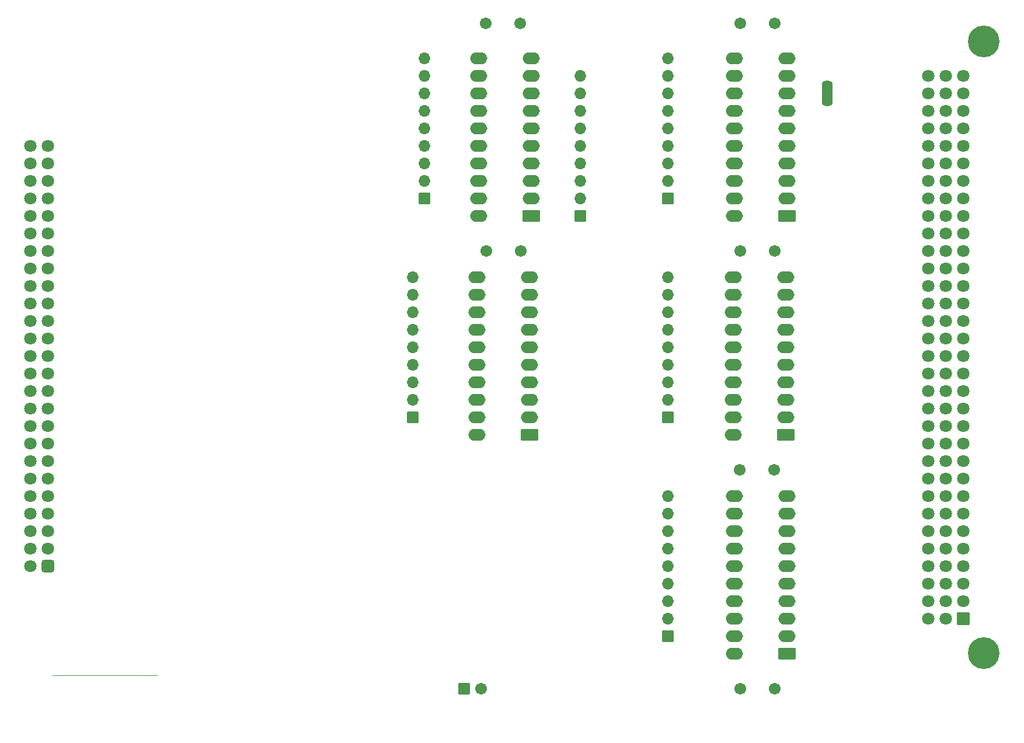
<source format=gbr>
G04 #@! TF.GenerationSoftware,KiCad,Pcbnew,7.0.1*
G04 #@! TF.CreationDate,2023-04-02T21:08:11+02:00*
G04 #@! TF.ProjectId,Victor HC90 Cart,56696374-6f72-4204-9843-393020436172,rev?*
G04 #@! TF.SameCoordinates,Original*
G04 #@! TF.FileFunction,Soldermask,Top*
G04 #@! TF.FilePolarity,Negative*
%FSLAX46Y46*%
G04 Gerber Fmt 4.6, Leading zero omitted, Abs format (unit mm)*
G04 Created by KiCad (PCBNEW 7.0.1) date 2023-04-02 21:08:11*
%MOMM*%
%LPD*%
G01*
G04 APERTURE LIST*
G04 Aperture macros list*
%AMRoundRect*
0 Rectangle with rounded corners*
0 $1 Rounding radius*
0 $2 $3 $4 $5 $6 $7 $8 $9 X,Y pos of 4 corners*
0 Add a 4 corners polygon primitive as box body*
4,1,4,$2,$3,$4,$5,$6,$7,$8,$9,$2,$3,0*
0 Add four circle primitives for the rounded corners*
1,1,$1+$1,$2,$3*
1,1,$1+$1,$4,$5*
1,1,$1+$1,$6,$7*
1,1,$1+$1,$8,$9*
0 Add four rect primitives between the rounded corners*
20,1,$1+$1,$2,$3,$4,$5,0*
20,1,$1+$1,$4,$5,$6,$7,0*
20,1,$1+$1,$6,$7,$8,$9,0*
20,1,$1+$1,$8,$9,$2,$3,0*%
%AMFreePoly0*
4,1,35,0.586062,0.786062,0.601000,0.750000,0.601000,-0.750000,0.586062,-0.786062,0.550000,-0.801000,0.000000,-0.801000,-0.012285,-0.795911,-0.071157,-0.795911,-0.085525,-0.793845,-0.222076,-0.753750,-0.235281,-0.747720,-0.355003,-0.670779,-0.365973,-0.661273,-0.459170,-0.553718,-0.467018,-0.541506,-0.526137,-0.412052,-0.530227,-0.398124,-0.550481,-0.257258,-0.551000,-0.250000,-0.551000,0.250000,
-0.550481,0.257258,-0.530227,0.398124,-0.526137,0.412052,-0.467018,0.541506,-0.459170,0.553718,-0.365973,0.661273,-0.355003,0.670779,-0.235281,0.747720,-0.222076,0.753750,-0.085525,0.793845,-0.071157,0.795911,-0.012285,0.795911,0.000000,0.801000,0.550000,0.801000,0.586062,0.786062,0.586062,0.786062,$1*%
%AMFreePoly1*
4,1,35,0.012285,0.795911,0.071157,0.795911,0.085525,0.793845,0.222076,0.753750,0.235281,0.747720,0.355003,0.670779,0.365973,0.661273,0.459170,0.553718,0.467018,0.541506,0.526137,0.412052,0.530227,0.398124,0.550481,0.257258,0.551000,0.250000,0.551000,-0.250000,0.550481,-0.257258,0.530227,-0.398124,0.526137,-0.412052,0.467018,-0.541506,0.459170,-0.553718,0.365973,-0.661273,
0.355003,-0.670779,0.235281,-0.747720,0.222076,-0.753750,0.085525,-0.793845,0.071157,-0.795911,0.012285,-0.795911,0.000000,-0.801000,-0.550000,-0.801000,-0.586062,-0.786062,-0.601000,-0.750000,-0.601000,0.750000,-0.586062,0.786062,-0.550000,0.801000,0.000000,0.801000,0.012285,0.795911,0.012285,0.795911,$1*%
G04 Aperture macros list end*
%ADD10FreePoly0,90.000000*%
%ADD11RoundRect,0.051000X0.750000X-0.500000X0.750000X0.500000X-0.750000X0.500000X-0.750000X-0.500000X0*%
%ADD12FreePoly1,90.000000*%
%ADD13C,4.602000*%
%ADD14C,1.802000*%
%ADD15RoundRect,0.051000X0.850000X0.850000X-0.850000X0.850000X-0.850000X-0.850000X0.850000X-0.850000X0*%
%ADD16RoundRect,0.051000X-0.800000X-0.800000X0.800000X-0.800000X0.800000X0.800000X-0.800000X0.800000X0*%
%ADD17C,1.702000*%
%ADD18RoundRect,0.051000X1.200000X0.800000X-1.200000X0.800000X-1.200000X-0.800000X1.200000X-0.800000X0*%
%ADD19O,2.502000X1.702000*%
%ADD20RoundRect,0.051000X0.800000X-0.800000X0.800000X0.800000X-0.800000X0.800000X-0.800000X-0.800000X0*%
%ADD21O,1.702000X1.702000*%
%ADD22RoundRect,0.301000X0.600000X0.600000X-0.600000X0.600000X-0.600000X-0.600000X0.600000X-0.600000X0*%
G04 APERTURE END LIST*
D10*
X166340000Y-54640000D03*
D11*
X166340000Y-53340000D03*
D12*
X166340000Y-52040000D03*
D13*
X189055000Y-134540000D03*
X189055000Y-45800000D03*
D14*
X186055000Y-50800000D03*
X186055000Y-53340000D03*
X186055000Y-55880000D03*
X186055000Y-58420000D03*
X186055000Y-60960000D03*
X186055000Y-63500000D03*
X186055000Y-66040000D03*
X186055000Y-68580000D03*
X186055000Y-71120000D03*
X186055000Y-73660000D03*
X186055000Y-76200000D03*
X186055000Y-78740000D03*
X186055000Y-81280000D03*
X186055000Y-83820000D03*
X186055000Y-86360000D03*
X186055000Y-88900000D03*
X186055000Y-91440000D03*
X186055000Y-93980000D03*
X186055000Y-96520000D03*
X186055000Y-99060000D03*
X186055000Y-101600000D03*
X186055000Y-104140000D03*
X186055000Y-106680000D03*
X186055000Y-109220000D03*
X186055000Y-111760000D03*
X186055000Y-114300000D03*
X186055000Y-116840000D03*
X186055000Y-119380000D03*
X186055000Y-121920000D03*
X186055000Y-124460000D03*
X186055000Y-127000000D03*
D15*
X186055000Y-129540000D03*
D14*
X183515000Y-50800000D03*
X183515000Y-53340000D03*
X183515000Y-55880000D03*
X183515000Y-58420000D03*
X183515000Y-60960000D03*
X183515000Y-63500000D03*
X183515000Y-66040000D03*
X183515000Y-68580000D03*
X183515000Y-71120000D03*
X183515000Y-73660000D03*
X183515000Y-76200000D03*
X183515000Y-78740000D03*
X183515000Y-81280000D03*
X183515000Y-83820000D03*
X183515000Y-86360000D03*
X183515000Y-88900000D03*
X183515000Y-91440000D03*
X183515000Y-93980000D03*
X183515000Y-96520000D03*
X183515000Y-99060000D03*
X183515000Y-101600000D03*
X183515000Y-104140000D03*
X183515000Y-106680000D03*
X183515000Y-109220000D03*
X183515000Y-111760000D03*
X183515000Y-114300000D03*
X183515000Y-116840000D03*
X183515000Y-119380000D03*
X183515000Y-121920000D03*
X183515000Y-124460000D03*
X183515000Y-127000000D03*
X183515000Y-129540000D03*
X180975000Y-50800000D03*
X180975000Y-53340000D03*
X180975000Y-55880000D03*
X180975000Y-58420000D03*
X180975000Y-60960000D03*
X180975000Y-63500000D03*
X180975000Y-66040000D03*
X180975000Y-68580000D03*
X180975000Y-71120000D03*
X180975000Y-73660000D03*
X180975000Y-76200000D03*
X180975000Y-78740000D03*
X180975000Y-81280000D03*
X180975000Y-83820000D03*
X180975000Y-86360000D03*
X180975000Y-88900000D03*
X180975000Y-91440000D03*
X180975000Y-93980000D03*
X180975000Y-96520000D03*
X180975000Y-99060000D03*
X180975000Y-101600000D03*
X180975000Y-104140000D03*
X180975000Y-106680000D03*
X180975000Y-109220000D03*
X180975000Y-111760000D03*
X180975000Y-114300000D03*
X180975000Y-116840000D03*
X180975000Y-119380000D03*
X180975000Y-121920000D03*
X180975000Y-124460000D03*
X180975000Y-127000000D03*
X180975000Y-129540000D03*
D16*
X113650000Y-139700000D03*
D17*
X116150000Y-139700000D03*
D18*
X123190000Y-102870000D03*
D19*
X123190000Y-100330000D03*
X123190000Y-97790000D03*
X123190000Y-95250000D03*
X123190000Y-92710000D03*
X123190000Y-90170000D03*
X123190000Y-87630000D03*
X123190000Y-85090000D03*
X123190000Y-82550000D03*
X123190000Y-80010000D03*
X115570000Y-80010000D03*
X115570000Y-82550000D03*
X115570000Y-85090000D03*
X115570000Y-87630000D03*
X115570000Y-90170000D03*
X115570000Y-92710000D03*
X115570000Y-95250000D03*
X115570000Y-97790000D03*
X115570000Y-100330000D03*
X115570000Y-102870000D03*
D20*
X143256000Y-100330000D03*
D21*
X143256000Y-97790000D03*
X143256000Y-95250000D03*
X143256000Y-92710000D03*
X143256000Y-90170000D03*
X143256000Y-87630000D03*
X143256000Y-85090000D03*
X143256000Y-82550000D03*
X143256000Y-80010000D03*
D18*
X160528000Y-134620000D03*
D19*
X160528000Y-132080000D03*
X160528000Y-129540000D03*
X160528000Y-127000000D03*
X160528000Y-124460000D03*
X160528000Y-121920000D03*
X160528000Y-119380000D03*
X160528000Y-116840000D03*
X160528000Y-114300000D03*
X160528000Y-111760000D03*
X152908000Y-111760000D03*
X152908000Y-114300000D03*
X152908000Y-116840000D03*
X152908000Y-119380000D03*
X152908000Y-121920000D03*
X152908000Y-124460000D03*
X152908000Y-127000000D03*
X152908000Y-129540000D03*
X152908000Y-132080000D03*
X152908000Y-134620000D03*
D20*
X143256000Y-68580000D03*
D21*
X143256000Y-66040000D03*
X143256000Y-63500000D03*
X143256000Y-60960000D03*
X143256000Y-58420000D03*
X143256000Y-55880000D03*
X143256000Y-53340000D03*
X143256000Y-50800000D03*
X143256000Y-48260000D03*
D18*
X123429000Y-71120000D03*
D19*
X123429000Y-68580000D03*
X123429000Y-66040000D03*
X123429000Y-63500000D03*
X123429000Y-60960000D03*
X123429000Y-58420000D03*
X123429000Y-55880000D03*
X123429000Y-53340000D03*
X123429000Y-50800000D03*
X123429000Y-48260000D03*
X115809000Y-48260000D03*
X115809000Y-50800000D03*
X115809000Y-53340000D03*
X115809000Y-55880000D03*
X115809000Y-58420000D03*
X115809000Y-60960000D03*
X115809000Y-63500000D03*
X115809000Y-66040000D03*
X115809000Y-68580000D03*
X115809000Y-71120000D03*
D20*
X143256000Y-132080000D03*
D21*
X143256000Y-129540000D03*
X143256000Y-127000000D03*
X143256000Y-124460000D03*
X143256000Y-121920000D03*
X143256000Y-119380000D03*
X143256000Y-116840000D03*
X143256000Y-114300000D03*
X143256000Y-111760000D03*
D17*
X153710000Y-43180000D03*
X158710000Y-43180000D03*
X116840000Y-43180000D03*
X121840000Y-43180000D03*
D22*
X53340000Y-121920000D03*
D14*
X50800000Y-121920000D03*
X53340000Y-119380000D03*
X50800000Y-119380000D03*
X53340000Y-116840000D03*
X50800000Y-116840000D03*
X53340000Y-114300000D03*
X50800000Y-114300000D03*
X53340000Y-111760000D03*
X50800000Y-111760000D03*
X53340000Y-109220000D03*
X50800000Y-109220000D03*
X53340000Y-106680000D03*
X50800000Y-106680000D03*
X53340000Y-104140000D03*
X50800000Y-104140000D03*
X53340000Y-101600000D03*
X50800000Y-101600000D03*
X53340000Y-99060000D03*
X50800000Y-99060000D03*
X53340000Y-96520000D03*
X50800000Y-96520000D03*
X53340000Y-93980000D03*
X50800000Y-93980000D03*
X53340000Y-91440000D03*
X50800000Y-91440000D03*
X53340000Y-88900000D03*
X50800000Y-88900000D03*
X53340000Y-86360000D03*
X50800000Y-86360000D03*
X53340000Y-83820000D03*
X50800000Y-83820000D03*
X53340000Y-81280000D03*
X50800000Y-81280000D03*
X53340000Y-78740000D03*
X50800000Y-78740000D03*
X53340000Y-76200000D03*
X50800000Y-76200000D03*
X53340000Y-73660000D03*
X50800000Y-73660000D03*
X53340000Y-71120000D03*
X50800000Y-71120000D03*
X53340000Y-68580000D03*
X50800000Y-68580000D03*
X53340000Y-66040000D03*
X50800000Y-66040000D03*
X53340000Y-63500000D03*
X50800000Y-63500000D03*
X53340000Y-60960000D03*
X50800000Y-60960000D03*
D17*
X153670000Y-107950000D03*
X158670000Y-107950000D03*
D18*
X160289000Y-102870000D03*
D19*
X160289000Y-100330000D03*
X160289000Y-97790000D03*
X160289000Y-95250000D03*
X160289000Y-92710000D03*
X160289000Y-90170000D03*
X160289000Y-87630000D03*
X160289000Y-85090000D03*
X160289000Y-82550000D03*
X160289000Y-80010000D03*
X152669000Y-80010000D03*
X152669000Y-82550000D03*
X152669000Y-85090000D03*
X152669000Y-87630000D03*
X152669000Y-90170000D03*
X152669000Y-92710000D03*
X152669000Y-95250000D03*
X152669000Y-97790000D03*
X152669000Y-100330000D03*
X152669000Y-102870000D03*
D17*
X153750000Y-76200000D03*
X158750000Y-76200000D03*
X153750000Y-139700000D03*
X158750000Y-139700000D03*
X116920000Y-76200000D03*
X121920000Y-76200000D03*
D20*
X130556000Y-71120000D03*
D21*
X130556000Y-68580000D03*
X130556000Y-66040000D03*
X130556000Y-63500000D03*
X130556000Y-60960000D03*
X130556000Y-58420000D03*
X130556000Y-55880000D03*
X130556000Y-53340000D03*
X130556000Y-50800000D03*
D20*
X106189000Y-100330000D03*
D21*
X106189000Y-97790000D03*
X106189000Y-95250000D03*
X106189000Y-92710000D03*
X106189000Y-90170000D03*
X106189000Y-87630000D03*
X106189000Y-85090000D03*
X106189000Y-82550000D03*
X106189000Y-80010000D03*
D18*
X160528000Y-71120000D03*
D19*
X160528000Y-68580000D03*
X160528000Y-66040000D03*
X160528000Y-63500000D03*
X160528000Y-60960000D03*
X160528000Y-58420000D03*
X160528000Y-55880000D03*
X160528000Y-53340000D03*
X160528000Y-50800000D03*
X160528000Y-48260000D03*
X152908000Y-48260000D03*
X152908000Y-50800000D03*
X152908000Y-53340000D03*
X152908000Y-55880000D03*
X152908000Y-58420000D03*
X152908000Y-60960000D03*
X152908000Y-63500000D03*
X152908000Y-66040000D03*
X152908000Y-68580000D03*
X152908000Y-71120000D03*
D20*
X107950000Y-68580000D03*
D21*
X107950000Y-66040000D03*
X107950000Y-63500000D03*
X107950000Y-60960000D03*
X107950000Y-58420000D03*
X107950000Y-55880000D03*
X107950000Y-53340000D03*
X107950000Y-50800000D03*
X107950000Y-48260000D03*
G36*
X69199060Y-137788068D02*
G01*
X69215812Y-137792557D01*
X69216705Y-137793072D01*
X69216923Y-137793289D01*
X69217444Y-137794188D01*
X69221932Y-137810937D01*
X69222000Y-137811455D01*
X69222000Y-144128542D01*
X69221932Y-144129060D01*
X69217442Y-144145813D01*
X69216924Y-144146709D01*
X69216709Y-144146924D01*
X69215813Y-144147442D01*
X69199060Y-144151932D01*
X69198542Y-144152000D01*
X53991455Y-144152000D01*
X53990937Y-144151932D01*
X53974188Y-144147444D01*
X53973289Y-144146923D01*
X53973072Y-144146705D01*
X53972557Y-144145812D01*
X53968068Y-144129060D01*
X53968000Y-144128542D01*
X53968000Y-137811455D01*
X53968068Y-137810937D01*
X53971802Y-137797000D01*
X53977000Y-137797000D01*
X53977000Y-144143000D01*
X69213000Y-144143000D01*
X69213000Y-137797000D01*
X53977000Y-137797000D01*
X53971802Y-137797000D01*
X53972555Y-137794189D01*
X53973073Y-137793293D01*
X53973293Y-137793073D01*
X53974189Y-137792555D01*
X53990937Y-137788068D01*
X53991455Y-137788000D01*
X69198542Y-137788000D01*
X69199060Y-137788068D01*
G37*
G36*
X165590199Y-53889000D02*
G01*
X167089801Y-53889000D01*
X167102907Y-53886393D01*
X167104616Y-53886852D01*
X167105293Y-53888486D01*
X167104407Y-53890018D01*
X167090627Y-53899217D01*
X167090627Y-54030783D01*
X167104408Y-54039982D01*
X167105294Y-54041514D01*
X167104617Y-54043148D01*
X167102908Y-54043607D01*
X167089801Y-54041000D01*
X165590199Y-54041000D01*
X165577018Y-54043621D01*
X165575309Y-54043163D01*
X165574632Y-54041528D01*
X165575517Y-54039996D01*
X165589372Y-54030738D01*
X165589372Y-53899262D01*
X165575518Y-53890003D01*
X165574633Y-53888471D01*
X165575310Y-53886836D01*
X165577019Y-53886378D01*
X165590199Y-53889000D01*
G37*
G36*
X165590199Y-52639000D02*
G01*
X167089801Y-52639000D01*
X167102907Y-52636393D01*
X167104616Y-52636852D01*
X167105293Y-52638486D01*
X167104407Y-52640018D01*
X167090627Y-52649217D01*
X167090627Y-52780783D01*
X167104408Y-52789982D01*
X167105294Y-52791514D01*
X167104617Y-52793148D01*
X167102908Y-52793607D01*
X167089801Y-52791000D01*
X165590199Y-52791000D01*
X165577018Y-52793621D01*
X165575309Y-52793163D01*
X165574632Y-52791528D01*
X165575517Y-52789996D01*
X165589372Y-52780738D01*
X165589372Y-52649262D01*
X165575518Y-52640003D01*
X165574633Y-52638471D01*
X165575310Y-52636836D01*
X165577019Y-52636378D01*
X165590199Y-52639000D01*
G37*
M02*

</source>
